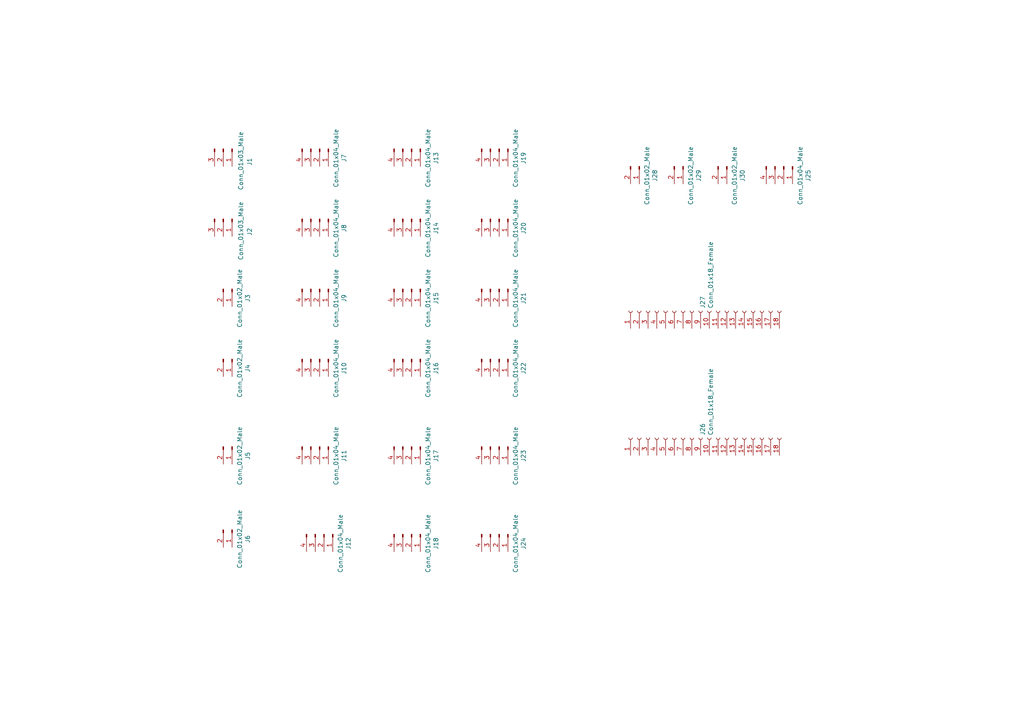
<source format=kicad_sch>
(kicad_sch (version 20211123) (generator eeschema)
  (paper "A4")
  (lib_symbols
    (symbol "Connector:Conn_01x02_Male" (pin_names (offset 1.016) hide)
      (property "Reference" "J" (at 0 2.54 0))
      (property "Value" "Conn_01x02_Male" (at 0 -5.08 0))
      (symbol "Conn_01x02_Male_1_1"
        (polyline (pts (xy 1.27 -2.54) (xy 0.8636 -2.54)) (stroke (width 0.1524)))
        (polyline (pts (xy 1.27 0) (xy 0.8636 0)) (stroke (width 0.1524)))
        (rectangle (start 0.8636 -2.413) (end 0 -2.667) (stroke (width 0.1524)) (fill (type outline)))
        (rectangle (start 0.8636 0.127) (end 0 -0.127) (stroke (width 0.1524)) (fill (type outline)))
        (pin passive line (at 5.08 0 180) (length 3.81) (name "Pin_1") (number "1"))
        (pin passive line (at 5.08 -2.54 180) (length 3.81) (name "Pin_2") (number "2"))
      )
    )
    (symbol "Connector:Conn_01x03_Male" (pin_names (offset 1.016) hide)
      (property "Reference" "J" (at 0 5.08 0))
      (property "Value" "Conn_01x03_Male" (at 0 -5.08 0))
      (symbol "Conn_01x03_Male_1_1"
        (polyline (pts (xy 1.27 -2.54) (xy 0.8636 -2.54)) (stroke (width 0.1524)))
        (polyline (pts (xy 1.27 0) (xy 0.8636 0)) (stroke (width 0.1524)))
        (polyline (pts (xy 1.27 2.54) (xy 0.8636 2.54)) (stroke (width 0.1524)))
        (rectangle (start 0.8636 -2.413) (end 0 -2.667) (stroke (width 0.1524)) (fill (type outline)))
        (rectangle (start 0.8636 0.127) (end 0 -0.127) (stroke (width 0.1524)) (fill (type outline)))
        (rectangle (start 0.8636 2.667) (end 0 2.413) (stroke (width 0.1524)) (fill (type outline)))
        (pin passive line (at 5.08 2.54 180) (length 3.81) (name "Pin_1") (number "1"))
        (pin passive line (at 5.08 0 180) (length 3.81) (name "Pin_2") (number "2"))
        (pin passive line (at 5.08 -2.54 180) (length 3.81) (name "Pin_3") (number "3"))
      )
    )
    (symbol "Connector:Conn_01x04_Male" (pin_names (offset 1.016) hide)
      (property "Reference" "J" (at 0 5.08 0))
      (property "Value" "Conn_01x04_Male" (at 0 -7.62 0))
      (symbol "Conn_01x04_Male_1_1"
        (polyline (pts (xy 1.27 -5.08) (xy 0.8636 -5.08)) (stroke (width 0.1524)))
        (polyline (pts (xy 1.27 -2.54) (xy 0.8636 -2.54)) (stroke (width 0.1524)))
        (polyline (pts (xy 1.27 0) (xy 0.8636 0)) (stroke (width 0.1524)))
        (polyline (pts (xy 1.27 2.54) (xy 0.8636 2.54)) (stroke (width 0.1524)))
        (rectangle (start 0.8636 -4.953) (end 0 -5.207) (stroke (width 0.1524)) (fill (type outline)))
        (rectangle (start 0.8636 -2.413) (end 0 -2.667) (stroke (width 0.1524)) (fill (type outline)))
        (rectangle (start 0.8636 0.127) (end 0 -0.127) (stroke (width 0.1524)) (fill (type outline)))
        (rectangle (start 0.8636 2.667) (end 0 2.413) (stroke (width 0.1524)) (fill (type outline)))
        (pin passive line (at 5.08 2.54 180) (length 3.81) (name "Pin_1") (number "1"))
        (pin passive line (at 5.08 0 180) (length 3.81) (name "Pin_2") (number "2"))
        (pin passive line (at 5.08 -2.54 180) (length 3.81) (name "Pin_3") (number "3"))
        (pin passive line (at 5.08 -5.08 180) (length 3.81) (name "Pin_4") (number "4"))
      )
    )
    (symbol "Connector:Conn_01x18_Female" (pin_names (offset 1.016) hide)
      (property "Reference" "J" (at 0 22.86 0))
      (property "Value" "Conn_01x18_Female" (at 0 -25.4 0))
      (symbol "Conn_01x18_Female_1_1"
        (arc (start 0 -22.352) (mid -0.508 -22.86) (end 0 -23.368) (stroke (width 0.1524)))
        (arc (start 0 -19.812) (mid -0.508 -20.32) (end 0 -20.828) (stroke (width 0.1524)))
        (arc (start 0 -17.272) (mid -0.508 -17.78) (end 0 -18.288) (stroke (width 0.1524)))
        (arc (start 0 -14.732) (mid -0.508 -15.24) (end 0 -15.748) (stroke (width 0.1524)))
        (arc (start 0 -12.192) (mid -0.508 -12.7) (end 0 -13.208) (stroke (width 0.1524)))
        (arc (start 0 -9.652) (mid -0.508 -10.16) (end 0 -10.668) (stroke (width 0.1524)))
        (arc (start 0 -7.112) (mid -0.508 -7.62) (end 0 -8.128) (stroke (width 0.1524)))
        (arc (start 0 -4.572) (mid -0.508 -5.08) (end 0 -5.588) (stroke (width 0.1524)))
        (arc (start 0 -2.032) (mid -0.508 -2.54) (end 0 -3.048) (stroke (width 0.1524)))
        (polyline (pts (xy -1.27 -22.86) (xy -0.508 -22.86)) (stroke (width 0.1524)))
        (polyline (pts (xy -1.27 -20.32) (xy -0.508 -20.32)) (stroke (width 0.1524)))
        (polyline (pts (xy -1.27 -17.78) (xy -0.508 -17.78)) (stroke (width 0.1524)))
        (polyline (pts (xy -1.27 -15.24) (xy -0.508 -15.24)) (stroke (width 0.1524)))
        (polyline (pts (xy -1.27 -12.7) (xy -0.508 -12.7)) (stroke (width 0.1524)))
        (polyline (pts (xy -1.27 -10.16) (xy -0.508 -10.16)) (stroke (width 0.1524)))
        (polyline (pts (xy -1.27 -7.62) (xy -0.508 -7.62)) (stroke (width 0.1524)))
        (polyline (pts (xy -1.27 -5.08) (xy -0.508 -5.08)) (stroke (width 0.1524)))
        (polyline (pts (xy -1.27 -2.54) (xy -0.508 -2.54)) (stroke (width 0.1524)))
        (polyline (pts (xy -1.27 0) (xy -0.508 0)) (stroke (width 0.1524)))
        (polyline (pts (xy -1.27 2.54) (xy -0.508 2.54)) (stroke (width 0.1524)))
        (polyline (pts (xy -1.27 5.08) (xy -0.508 5.08)) (stroke (width 0.1524)))
        (polyline (pts (xy -1.27 7.62) (xy -0.508 7.62)) (stroke (width 0.1524)))
        (polyline (pts (xy -1.27 10.16) (xy -0.508 10.16)) (stroke (width 0.1524)))
        (polyline (pts (xy -1.27 12.7) (xy -0.508 12.7)) (stroke (width 0.1524)))
        (polyline (pts (xy -1.27 15.24) (xy -0.508 15.24)) (stroke (width 0.1524)))
        (polyline (pts (xy -1.27 17.78) (xy -0.508 17.78)) (stroke (width 0.1524)))
        (polyline (pts (xy -1.27 20.32) (xy -0.508 20.32)) (stroke (width 0.1524)))
        (arc (start 0 0.508) (mid -0.508 0) (end 0 -0.508) (stroke (width 0.1524)))
        (arc (start 0 3.048) (mid -0.508 2.54) (end 0 2.032) (stroke (width 0.1524)))
        (arc (start 0 5.588) (mid -0.508 5.08) (end 0 4.572) (stroke (width 0.1524)))
        (arc (start 0 8.128) (mid -0.508 7.62) (end 0 7.112) (stroke (width 0.1524)))
        (arc (start 0 10.668) (mid -0.508 10.16) (end 0 9.652) (stroke (width 0.1524)))
        (arc (start 0 13.208) (mid -0.508 12.7) (end 0 12.192) (stroke (width 0.1524)))
        (arc (start 0 15.748) (mid -0.508 15.24) (end 0 14.732) (stroke (width 0.1524)))
        (arc (start 0 18.288) (mid -0.508 17.78) (end 0 17.272) (stroke (width 0.1524)))
        (arc (start 0 20.828) (mid -0.508 20.32) (end 0 19.812) (stroke (width 0.1524)))
        (pin passive line (at -5.08 20.32 0) (length 3.81) (name "Pin_1") (number "1"))
        (pin passive line (at -5.08 -2.54 0) (length 3.81) (name "Pin_10") (number "10"))
        (pin passive line (at -5.08 -5.08 0) (length 3.81) (name "Pin_11") (number "11"))
        (pin passive line (at -5.08 -7.62 0) (length 3.81) (name "Pin_12") (number "12"))
        (pin passive line (at -5.08 -10.16 0) (length 3.81) (name "Pin_13") (number "13"))
        (pin passive line (at -5.08 -12.7 0) (length 3.81) (name "Pin_14") (number "14"))
        (pin passive line (at -5.08 -15.24 0) (length 3.81) (name "Pin_15") (number "15"))
        (pin passive line (at -5.08 -17.78 0) (length 3.81) (name "Pin_16") (number "16"))
        (pin passive line (at -5.08 -20.32 0) (length 3.81) (name "Pin_17") (number "17"))
        (pin passive line (at -5.08 -22.86 0) (length 3.81) (name "Pin_18") (number "18"))
        (pin passive line (at -5.08 17.78 0) (length 3.81) (name "Pin_2") (number "2"))
        (pin passive line (at -5.08 15.24 0) (length 3.81) (name "Pin_3") (number "3"))
        (pin passive line (at -5.08 12.7 0) (length 3.81) (name "Pin_4") (number "4"))
        (pin passive line (at -5.08 10.16 0) (length 3.81) (name "Pin_5") (number "5"))
        (pin passive line (at -5.08 7.62 0) (length 3.81) (name "Pin_6") (number "6"))
        (pin passive line (at -5.08 5.08 0) (length 3.81) (name "Pin_7") (number "7"))
        (pin passive line (at -5.08 2.54 0) (length 3.81) (name "Pin_8") (number "8"))
        (pin passive line (at -5.08 0 0) (length 3.81) (name "Pin_9") (number "9"))
      )
    )
  )
  (symbol (lib_id "Connector:Conn_01x04_Male") (at 92.71 129.54 270) (unit 1)
    (property "Reference" "J11" (at 99.7712 132.2324 0))
    (property "Value" "Conn_01x04_Male" (at 97.4598 132.2324 0))
    (property "Footprint" "Connector_Molex:Molex_KK-254_AE-6410-04A_1x04_P2.54mm_Vertical" (effects hide))
  )
  (symbol (lib_id "Connector:Conn_01x04_Male") (at 92.71 104.14 270) (unit 1)
    (property "Reference" "J10" (at 99.7712 106.8324 0))
    (property "Value" "Conn_01x04_Male" (at 97.4598 106.8324 0))
    (property "Footprint" "Connector_Molex:Molex_KK-254_AE-6410-04A_1x04_P2.54mm_Vertical" (effects hide))
  )
  (symbol (lib_id "Connector:Conn_01x04_Male") (at 92.71 83.82 270) (unit 1)
    (property "Reference" "J9" (at 99.7712 86.5124 0))
    (property "Value" "Conn_01x04_Male" (at 97.4598 86.5124 0))
    (property "Footprint" "Connector_Molex:Molex_KK-254_AE-6410-04A_1x04_P2.54mm_Vertical" (effects hide))
  )
  (symbol (lib_id "Connector:Conn_01x04_Male") (at 93.98 154.94 270) (unit 1)
    (property "Reference" "J12" (at 101.0412 157.6324 0))
    (property "Value" "Conn_01x04_Male" (at 98.7298 157.6324 0))
    (property "Footprint" "Connector_Molex:Molex_KK-254_AE-6410-04A_1x04_P2.54mm_Vertical" (effects hide))
  )
  (symbol (lib_id "Connector:Conn_01x04_Male") (at 92.71 43.18 270) (unit 1)
    (property "Reference" "J7" (at 99.7712 45.8724 0))
    (property "Value" "Conn_01x04_Male" (at 97.4598 45.8724 0))
    (property "Footprint" "Connector_Molex:Molex_KK-254_AE-6410-04A_1x04_P2.54mm_Vertical" (effects hide))
  )
  (symbol (lib_id "Connector:Conn_01x04_Male") (at 92.71 63.5 270) (unit 1)
    (property "Reference" "J8" (at 99.7712 66.1924 0))
    (property "Value" "Conn_01x04_Male" (at 97.4598 66.1924 0))
    (property "Footprint" "Connector_Molex:Molex_KK-254_AE-6410-04A_1x04_P2.54mm_Vertical" (effects hide))
  )
  (symbol (lib_id "Connector:Conn_01x04_Male") (at 119.38 43.18 270) (unit 1)
    (property "Reference" "J13" (at 126.4412 45.8724 0))
    (property "Value" "Conn_01x04_Male" (at 124.1298 45.8724 0))
    (property "Footprint" "Connector_Molex:Molex_KK-254_AE-6410-04A_1x04_P2.54mm_Vertical" (effects hide))
  )
  (symbol (lib_id "Connector:Conn_01x04_Male") (at 119.38 63.5 270) (unit 1)
    (property "Reference" "J14" (at 126.4412 66.1924 0))
    (property "Value" "Conn_01x04_Male" (at 124.1298 66.1924 0))
    (property "Footprint" "Connector_Molex:Molex_KK-254_AE-6410-04A_1x04_P2.54mm_Vertical" (effects hide))
  )
  (symbol (lib_id "Connector:Conn_01x04_Male") (at 119.38 83.82 270) (unit 1)
    (property "Reference" "J15" (at 126.4412 86.5124 0))
    (property "Value" "Conn_01x04_Male" (at 124.1298 86.5124 0))
    (property "Footprint" "Connector_Molex:Molex_KK-254_AE-6410-04A_1x04_P2.54mm_Vertical" (effects hide))
  )
  (symbol (lib_id "Connector:Conn_01x04_Male") (at 119.38 104.14 270) (unit 1)
    (property "Reference" "J16" (at 126.4412 106.8324 0))
    (property "Value" "Conn_01x04_Male" (at 124.1298 106.8324 0))
    (property "Footprint" "Connector_Molex:Molex_KK-254_AE-6410-04A_1x04_P2.54mm_Vertical" (effects hide))
  )
  (symbol (lib_id "Connector:Conn_01x04_Male") (at 119.38 129.54 270) (unit 1)
    (property "Reference" "J17" (at 126.4412 132.2324 0))
    (property "Value" "Conn_01x04_Male" (at 124.1298 132.2324 0))
    (property "Footprint" "Connector_Molex:Molex_KK-254_AE-6410-04A_1x04_P2.54mm_Vertical" (effects hide))
  )
  (symbol (lib_id "Connector:Conn_01x04_Male") (at 119.38 154.94 270) (unit 1)
    (property "Reference" "J18" (at 126.4412 157.6324 0))
    (property "Value" "Conn_01x04_Male" (at 124.1298 157.6324 0))
    (property "Footprint" "Connector_Molex:Molex_KK-254_AE-6410-04A_1x04_P2.54mm_Vertical" (effects hide))
  )
  (symbol (lib_id "Connector:Conn_01x04_Male") (at 144.78 154.94 270) (unit 1)
    (property "Reference" "J24" (at 151.8412 157.6324 0))
    (property "Value" "Conn_01x04_Male" (at 149.5298 157.6324 0))
    (property "Footprint" "Connector_Molex:Molex_KK-254_AE-6410-04A_1x04_P2.54mm_Vertical" (effects hide))
  )
  (symbol (lib_id "Connector:Conn_01x04_Male") (at 144.78 83.82 270) (unit 1)
    (property "Reference" "J21" (at 151.8412 86.5124 0))
    (property "Value" "Conn_01x04_Male" (at 149.5298 86.5124 0))
    (property "Footprint" "Connector_Molex:Molex_KK-254_AE-6410-04A_1x04_P2.54mm_Vertical" (effects hide))
  )
  (symbol (lib_id "Connector:Conn_01x04_Male") (at 144.78 104.14 270) (unit 1)
    (property "Reference" "J22" (at 151.8412 106.8324 0))
    (property "Value" "Conn_01x04_Male" (at 149.5298 106.8324 0))
    (property "Footprint" "Connector_Molex:Molex_KK-254_AE-6410-04A_1x04_P2.54mm_Vertical" (effects hide))
  )
  (symbol (lib_id "Connector:Conn_01x04_Male") (at 144.78 129.54 270) (unit 1)
    (property "Reference" "J23" (at 151.8412 132.2324 0))
    (property "Value" "Conn_01x04_Male" (at 149.5298 132.2324 0))
    (property "Footprint" "Connector_Molex:Molex_KK-254_AE-6410-04A_1x04_P2.54mm_Vertical" (effects hide))
  )
  (symbol (lib_id "Connector:Conn_01x04_Male") (at 144.78 43.18 270) (unit 1)
    (property "Reference" "J19" (at 151.8412 45.8724 0))
    (property "Value" "Conn_01x04_Male" (at 149.5298 45.8724 0))
    (property "Footprint" "Connector_Molex:Molex_KK-254_AE-6410-04A_1x04_P2.54mm_Vertical" (effects hide))
  )
  (symbol (lib_id "Connector:Conn_01x04_Male") (at 144.78 63.5 270) (unit 1)
    (property "Reference" "J20" (at 151.8412 66.1924 0))
    (property "Value" "Conn_01x04_Male" (at 149.5298 66.1924 0))
    (property "Footprint" "Connector_Molex:Molex_KK-254_AE-6410-04A_1x04_P2.54mm_Vertical" (effects hide))
  )
  (symbol (lib_id "Connector:Conn_01x02_Male") (at 67.31 153.67 270) (unit 1)
    (property "Reference" "J6" (at 71.8312 156.3624 0))
    (property "Value" "Conn_01x02_Male" (at 69.5198 156.3624 0))
    (property "Footprint" "Connector_Molex:Molex_KK-254_AE-6410-02A_1x02_P2.54mm_Vertical" (effects hide))
  )
  (symbol (lib_id "Connector:Conn_01x02_Male") (at 67.31 129.54 270) (unit 1)
    (property "Reference" "J5" (at 71.8312 132.2324 0))
    (property "Value" "Conn_01x02_Male" (at 69.5198 132.2324 0))
    (property "Footprint" "Connector_Molex:Molex_KK-254_AE-6410-02A_1x02_P2.54mm_Vertical" (effects hide))
  )
  (symbol (lib_id "Connector:Conn_01x02_Male") (at 67.31 104.14 270) (unit 1)
    (property "Reference" "J4" (at 71.8312 106.8324 0))
    (property "Value" "Conn_01x02_Male" (at 69.5198 106.8324 0))
    (property "Footprint" "Connector_Molex:Molex_KK-254_AE-6410-02A_1x02_P2.54mm_Vertical" (effects hide))
  )
  (symbol (lib_id "Connector:Conn_01x02_Male") (at 67.31 83.82 270) (unit 1)
    (property "Reference" "J3" (at 71.8312 86.5124 0))
    (property "Value" "Conn_01x02_Male" (at 69.5198 86.5124 0))
    (property "Footprint" "Connector_Molex:Molex_KK-254_AE-6410-02A_1x02_P2.54mm_Vertical" (effects hide))
  )
  (symbol (lib_id "Connector:Conn_01x03_Male") (at 64.77 63.5 270) (unit 1)
    (property "Reference" "J2" (at 72.39 66.04 0) (effects (justify left)))
    (property "Value" "Conn_01x03_Male" (at 69.85 58.42 0) (effects (justify left)))
    (property "Footprint" "Connector_Molex:Molex_KK-254_AE-6410-03A_1x03_P2.54mm_Vertical" (effects hide))
  )
  (symbol (lib_id "Connector:Conn_01x03_Male") (at 64.77 43.18 270) (unit 1)
    (property "Reference" "J1" (at 72.39 45.72 0) (effects (justify left)))
    (property "Value" "Conn_01x03_Male" (at 69.85 38.1 0) (effects (justify left)))
    (property "Footprint" "Connector_Molex:Molex_KK-254_AE-6410-03A_1x03_P2.54mm_Vertical" (effects hide))
  )
  (symbol (lib_id "Connector:Conn_01x04_Male") (at 227.33 48.26 270) (unit 1)
    (property "Reference" "J25" (at 234.3912 50.9524 0))
    (property "Value" "Conn_01x04_Male" (at 232.0798 50.9524 0))
    (property "Footprint" "Connector_Molex:Molex_KK-254_AE-6410-04A_1x04_P2.54mm_Vertical" (effects hide))
  )
  (symbol (lib_id "Connector:Conn_01x18_Female") (at 203.2 127 90) (unit 1)
    (property "Reference" "J26" (at 203.8096 126.3142 0) (effects (justify left)))
    (property "Value" "Conn_01x18_Female" (at 206.121 126.3142 0) (effects (justify left)))
    (property "Footprint" "Connector_PinHeader_2.54mm:PinHeader_1x18_P2.54mm_Vertical" (effects hide))
  )
  (symbol (lib_id "Connector:Conn_01x18_Female") (at 203.2 90.17 90) (unit 1)
    (property "Reference" "J27" (at 203.8096 89.4842 0) (effects (justify left)))
    (property "Value" "Conn_01x18_Female" (at 206.121 89.4842 0) (effects (justify left)))
    (property "Footprint" "Connector_PinHeader_2.54mm:PinHeader_1x18_P2.54mm_Vertical" (effects hide))
  )
  (symbol (lib_id "Connector:Conn_01x02_Male") (at 185.42 48.26 270) (unit 1)
    (property "Reference" "J28" (at 189.9412 50.9524 0))
    (property "Value" "Conn_01x02_Male" (at 187.6298 50.9524 0))
    (property "Footprint" "Connector_Molex:Molex_KK-254_AE-6410-02A_1x02_P2.54mm_Vertical" (effects hide))
  )
  (symbol (lib_id "Connector:Conn_01x02_Male") (at 198.12 48.26 270) (unit 1)
    (property "Reference" "J29" (at 202.6412 50.9524 0))
    (property "Value" "Conn_01x02_Male" (at 200.3298 50.9524 0))
    (property "Footprint" "Connector_Molex:Molex_KK-254_AE-6410-02A_1x02_P2.54mm_Vertical" (effects hide))
  )
  (symbol (lib_id "Connector:Conn_01x02_Male") (at 210.82 48.26 270) (unit 1)
    (property "Reference" "J30" (at 215.3412 50.9524 0))
    (property "Value" "Conn_01x02_Male" (at 213.0298 50.9524 0))
    (property "Footprint" "Connector_Molex:Molex_KK-254_AE-6410-02A_1x02_P2.54mm_Vertical" (effects hide))
  )
)
</source>
